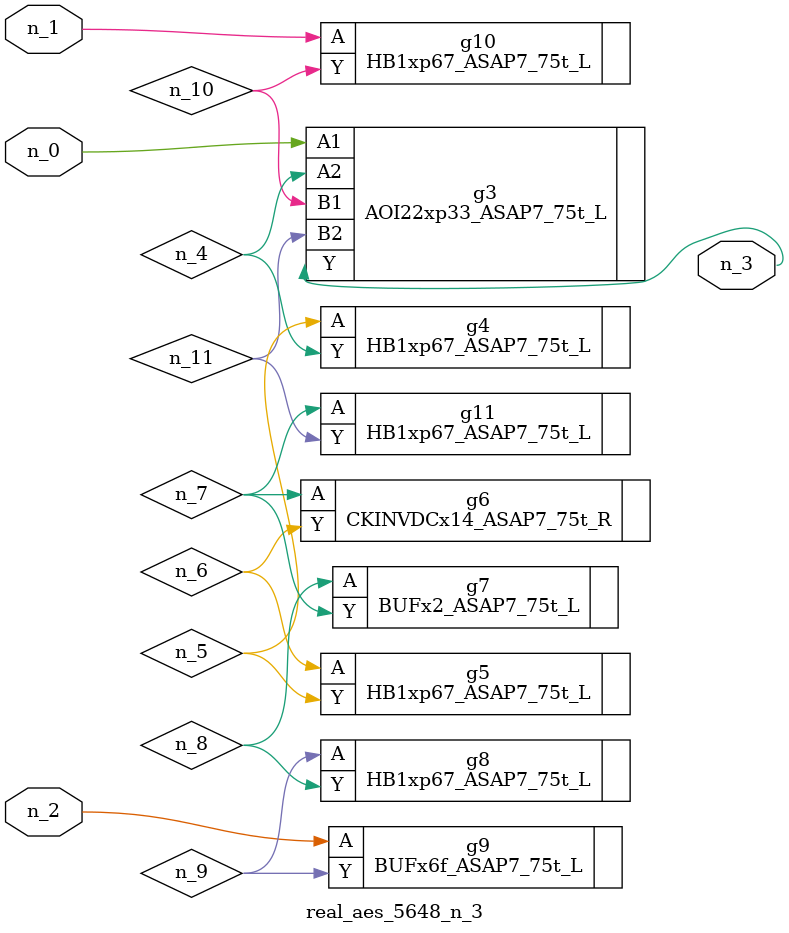
<source format=v>
module real_aes_5648_n_3 (n_0, n_2, n_1, n_3);
input n_0;
input n_2;
input n_1;
output n_3;
wire n_4;
wire n_5;
wire n_7;
wire n_8;
wire n_6;
wire n_9;
wire n_10;
wire n_11;
AOI22xp33_ASAP7_75t_L g3 ( .A1(n_0), .A2(n_4), .B1(n_10), .B2(n_11), .Y(n_3) );
HB1xp67_ASAP7_75t_L g10 ( .A(n_1), .Y(n_10) );
BUFx6f_ASAP7_75t_L g9 ( .A(n_2), .Y(n_9) );
HB1xp67_ASAP7_75t_L g4 ( .A(n_5), .Y(n_4) );
HB1xp67_ASAP7_75t_L g5 ( .A(n_6), .Y(n_5) );
CKINVDCx14_ASAP7_75t_R g6 ( .A(n_7), .Y(n_6) );
HB1xp67_ASAP7_75t_L g11 ( .A(n_7), .Y(n_11) );
BUFx2_ASAP7_75t_L g7 ( .A(n_8), .Y(n_7) );
HB1xp67_ASAP7_75t_L g8 ( .A(n_9), .Y(n_8) );
endmodule
</source>
